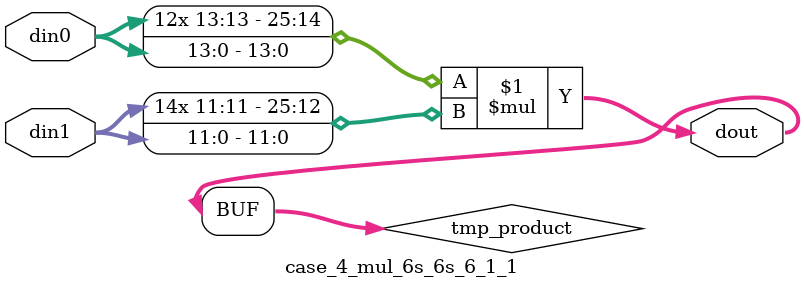
<source format=v>

`timescale 1 ns / 1 ps

 module case_4_mul_6s_6s_6_1_1(din0, din1, dout);
parameter ID = 1;
parameter NUM_STAGE = 0;
parameter din0_WIDTH = 14;
parameter din1_WIDTH = 12;
parameter dout_WIDTH = 26;

input [din0_WIDTH - 1 : 0] din0; 
input [din1_WIDTH - 1 : 0] din1; 
output [dout_WIDTH - 1 : 0] dout;

wire signed [dout_WIDTH - 1 : 0] tmp_product;



























assign tmp_product = $signed(din0) * $signed(din1);








assign dout = tmp_product;





















endmodule

</source>
